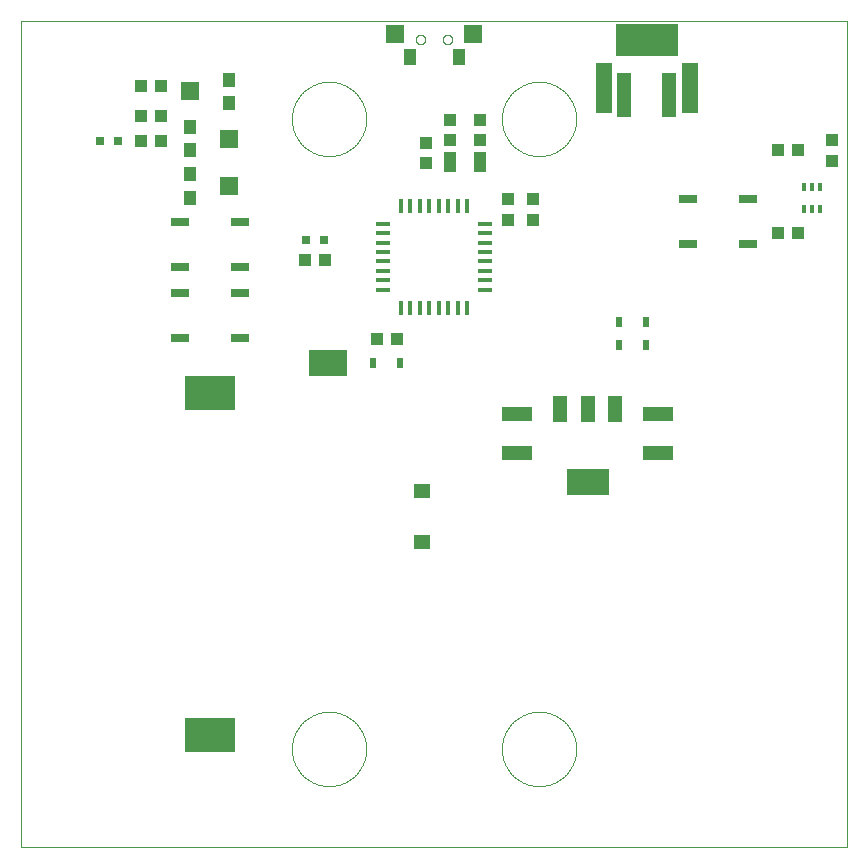
<source format=gtp>
G75*
%MOIN*%
%OFA0B0*%
%FSLAX25Y25*%
%IPPOS*%
%LPD*%
%AMOC8*
5,1,8,0,0,1.08239X$1,22.5*
%
%ADD10C,0.00000*%
%ADD11R,0.01575X0.04724*%
%ADD12R,0.04724X0.01575*%
%ADD13R,0.16535X0.11811*%
%ADD14R,0.04800X0.08800*%
%ADD15R,0.14173X0.08661*%
%ADD16R,0.03937X0.07087*%
%ADD17R,0.03937X0.04331*%
%ADD18R,0.02480X0.03268*%
%ADD19R,0.09843X0.04724*%
%ADD20R,0.04331X0.03937*%
%ADD21R,0.05787X0.05000*%
%ADD22R,0.05906X0.06299*%
%ADD23R,0.04409X0.04724*%
%ADD24R,0.06000X0.03000*%
%ADD25R,0.03937X0.05512*%
%ADD26R,0.21000X0.11000*%
%ADD27R,0.04750X0.14800*%
%ADD28R,0.05750X0.16500*%
%ADD29R,0.05650X0.05000*%
%ADD30R,0.12750X0.09000*%
%ADD31R,0.01575X0.02953*%
%ADD32R,0.03150X0.03150*%
D10*
X0001400Y0001400D02*
X0001400Y0276991D01*
X0276991Y0276991D01*
X0276991Y0001400D01*
X0001400Y0001400D01*
X0091793Y0034195D02*
X0091797Y0034499D01*
X0091808Y0034804D01*
X0091827Y0035107D01*
X0091853Y0035411D01*
X0091886Y0035713D01*
X0091927Y0036015D01*
X0091976Y0036315D01*
X0092031Y0036615D01*
X0092094Y0036912D01*
X0092165Y0037208D01*
X0092242Y0037503D01*
X0092327Y0037795D01*
X0092419Y0038085D01*
X0092518Y0038373D01*
X0092624Y0038658D01*
X0092737Y0038941D01*
X0092857Y0039221D01*
X0092984Y0039498D01*
X0093117Y0039771D01*
X0093257Y0040041D01*
X0093404Y0040308D01*
X0093557Y0040571D01*
X0093717Y0040830D01*
X0093883Y0041085D01*
X0094055Y0041336D01*
X0094234Y0041583D01*
X0094418Y0041825D01*
X0094608Y0042063D01*
X0094804Y0042296D01*
X0095006Y0042524D01*
X0095213Y0042747D01*
X0095425Y0042965D01*
X0095643Y0043177D01*
X0095866Y0043384D01*
X0096094Y0043586D01*
X0096327Y0043782D01*
X0096565Y0043972D01*
X0096807Y0044156D01*
X0097054Y0044335D01*
X0097305Y0044507D01*
X0097560Y0044673D01*
X0097819Y0044833D01*
X0098082Y0044986D01*
X0098349Y0045133D01*
X0098619Y0045273D01*
X0098892Y0045406D01*
X0099169Y0045533D01*
X0099449Y0045653D01*
X0099732Y0045766D01*
X0100017Y0045872D01*
X0100305Y0045971D01*
X0100595Y0046063D01*
X0100887Y0046148D01*
X0101182Y0046225D01*
X0101478Y0046296D01*
X0101775Y0046359D01*
X0102075Y0046414D01*
X0102375Y0046463D01*
X0102677Y0046504D01*
X0102979Y0046537D01*
X0103283Y0046563D01*
X0103586Y0046582D01*
X0103891Y0046593D01*
X0104195Y0046597D01*
X0104499Y0046593D01*
X0104804Y0046582D01*
X0105107Y0046563D01*
X0105411Y0046537D01*
X0105713Y0046504D01*
X0106015Y0046463D01*
X0106315Y0046414D01*
X0106615Y0046359D01*
X0106912Y0046296D01*
X0107208Y0046225D01*
X0107503Y0046148D01*
X0107795Y0046063D01*
X0108085Y0045971D01*
X0108373Y0045872D01*
X0108658Y0045766D01*
X0108941Y0045653D01*
X0109221Y0045533D01*
X0109498Y0045406D01*
X0109771Y0045273D01*
X0110041Y0045133D01*
X0110308Y0044986D01*
X0110571Y0044833D01*
X0110830Y0044673D01*
X0111085Y0044507D01*
X0111336Y0044335D01*
X0111583Y0044156D01*
X0111825Y0043972D01*
X0112063Y0043782D01*
X0112296Y0043586D01*
X0112524Y0043384D01*
X0112747Y0043177D01*
X0112965Y0042965D01*
X0113177Y0042747D01*
X0113384Y0042524D01*
X0113586Y0042296D01*
X0113782Y0042063D01*
X0113972Y0041825D01*
X0114156Y0041583D01*
X0114335Y0041336D01*
X0114507Y0041085D01*
X0114673Y0040830D01*
X0114833Y0040571D01*
X0114986Y0040308D01*
X0115133Y0040041D01*
X0115273Y0039771D01*
X0115406Y0039498D01*
X0115533Y0039221D01*
X0115653Y0038941D01*
X0115766Y0038658D01*
X0115872Y0038373D01*
X0115971Y0038085D01*
X0116063Y0037795D01*
X0116148Y0037503D01*
X0116225Y0037208D01*
X0116296Y0036912D01*
X0116359Y0036615D01*
X0116414Y0036315D01*
X0116463Y0036015D01*
X0116504Y0035713D01*
X0116537Y0035411D01*
X0116563Y0035107D01*
X0116582Y0034804D01*
X0116593Y0034499D01*
X0116597Y0034195D01*
X0116593Y0033891D01*
X0116582Y0033586D01*
X0116563Y0033283D01*
X0116537Y0032979D01*
X0116504Y0032677D01*
X0116463Y0032375D01*
X0116414Y0032075D01*
X0116359Y0031775D01*
X0116296Y0031478D01*
X0116225Y0031182D01*
X0116148Y0030887D01*
X0116063Y0030595D01*
X0115971Y0030305D01*
X0115872Y0030017D01*
X0115766Y0029732D01*
X0115653Y0029449D01*
X0115533Y0029169D01*
X0115406Y0028892D01*
X0115273Y0028619D01*
X0115133Y0028349D01*
X0114986Y0028082D01*
X0114833Y0027819D01*
X0114673Y0027560D01*
X0114507Y0027305D01*
X0114335Y0027054D01*
X0114156Y0026807D01*
X0113972Y0026565D01*
X0113782Y0026327D01*
X0113586Y0026094D01*
X0113384Y0025866D01*
X0113177Y0025643D01*
X0112965Y0025425D01*
X0112747Y0025213D01*
X0112524Y0025006D01*
X0112296Y0024804D01*
X0112063Y0024608D01*
X0111825Y0024418D01*
X0111583Y0024234D01*
X0111336Y0024055D01*
X0111085Y0023883D01*
X0110830Y0023717D01*
X0110571Y0023557D01*
X0110308Y0023404D01*
X0110041Y0023257D01*
X0109771Y0023117D01*
X0109498Y0022984D01*
X0109221Y0022857D01*
X0108941Y0022737D01*
X0108658Y0022624D01*
X0108373Y0022518D01*
X0108085Y0022419D01*
X0107795Y0022327D01*
X0107503Y0022242D01*
X0107208Y0022165D01*
X0106912Y0022094D01*
X0106615Y0022031D01*
X0106315Y0021976D01*
X0106015Y0021927D01*
X0105713Y0021886D01*
X0105411Y0021853D01*
X0105107Y0021827D01*
X0104804Y0021808D01*
X0104499Y0021797D01*
X0104195Y0021793D01*
X0103891Y0021797D01*
X0103586Y0021808D01*
X0103283Y0021827D01*
X0102979Y0021853D01*
X0102677Y0021886D01*
X0102375Y0021927D01*
X0102075Y0021976D01*
X0101775Y0022031D01*
X0101478Y0022094D01*
X0101182Y0022165D01*
X0100887Y0022242D01*
X0100595Y0022327D01*
X0100305Y0022419D01*
X0100017Y0022518D01*
X0099732Y0022624D01*
X0099449Y0022737D01*
X0099169Y0022857D01*
X0098892Y0022984D01*
X0098619Y0023117D01*
X0098349Y0023257D01*
X0098082Y0023404D01*
X0097819Y0023557D01*
X0097560Y0023717D01*
X0097305Y0023883D01*
X0097054Y0024055D01*
X0096807Y0024234D01*
X0096565Y0024418D01*
X0096327Y0024608D01*
X0096094Y0024804D01*
X0095866Y0025006D01*
X0095643Y0025213D01*
X0095425Y0025425D01*
X0095213Y0025643D01*
X0095006Y0025866D01*
X0094804Y0026094D01*
X0094608Y0026327D01*
X0094418Y0026565D01*
X0094234Y0026807D01*
X0094055Y0027054D01*
X0093883Y0027305D01*
X0093717Y0027560D01*
X0093557Y0027819D01*
X0093404Y0028082D01*
X0093257Y0028349D01*
X0093117Y0028619D01*
X0092984Y0028892D01*
X0092857Y0029169D01*
X0092737Y0029449D01*
X0092624Y0029732D01*
X0092518Y0030017D01*
X0092419Y0030305D01*
X0092327Y0030595D01*
X0092242Y0030887D01*
X0092165Y0031182D01*
X0092094Y0031478D01*
X0092031Y0031775D01*
X0091976Y0032075D01*
X0091927Y0032375D01*
X0091886Y0032677D01*
X0091853Y0032979D01*
X0091827Y0033283D01*
X0091808Y0033586D01*
X0091797Y0033891D01*
X0091793Y0034195D01*
X0161793Y0034195D02*
X0161797Y0034499D01*
X0161808Y0034804D01*
X0161827Y0035107D01*
X0161853Y0035411D01*
X0161886Y0035713D01*
X0161927Y0036015D01*
X0161976Y0036315D01*
X0162031Y0036615D01*
X0162094Y0036912D01*
X0162165Y0037208D01*
X0162242Y0037503D01*
X0162327Y0037795D01*
X0162419Y0038085D01*
X0162518Y0038373D01*
X0162624Y0038658D01*
X0162737Y0038941D01*
X0162857Y0039221D01*
X0162984Y0039498D01*
X0163117Y0039771D01*
X0163257Y0040041D01*
X0163404Y0040308D01*
X0163557Y0040571D01*
X0163717Y0040830D01*
X0163883Y0041085D01*
X0164055Y0041336D01*
X0164234Y0041583D01*
X0164418Y0041825D01*
X0164608Y0042063D01*
X0164804Y0042296D01*
X0165006Y0042524D01*
X0165213Y0042747D01*
X0165425Y0042965D01*
X0165643Y0043177D01*
X0165866Y0043384D01*
X0166094Y0043586D01*
X0166327Y0043782D01*
X0166565Y0043972D01*
X0166807Y0044156D01*
X0167054Y0044335D01*
X0167305Y0044507D01*
X0167560Y0044673D01*
X0167819Y0044833D01*
X0168082Y0044986D01*
X0168349Y0045133D01*
X0168619Y0045273D01*
X0168892Y0045406D01*
X0169169Y0045533D01*
X0169449Y0045653D01*
X0169732Y0045766D01*
X0170017Y0045872D01*
X0170305Y0045971D01*
X0170595Y0046063D01*
X0170887Y0046148D01*
X0171182Y0046225D01*
X0171478Y0046296D01*
X0171775Y0046359D01*
X0172075Y0046414D01*
X0172375Y0046463D01*
X0172677Y0046504D01*
X0172979Y0046537D01*
X0173283Y0046563D01*
X0173586Y0046582D01*
X0173891Y0046593D01*
X0174195Y0046597D01*
X0174499Y0046593D01*
X0174804Y0046582D01*
X0175107Y0046563D01*
X0175411Y0046537D01*
X0175713Y0046504D01*
X0176015Y0046463D01*
X0176315Y0046414D01*
X0176615Y0046359D01*
X0176912Y0046296D01*
X0177208Y0046225D01*
X0177503Y0046148D01*
X0177795Y0046063D01*
X0178085Y0045971D01*
X0178373Y0045872D01*
X0178658Y0045766D01*
X0178941Y0045653D01*
X0179221Y0045533D01*
X0179498Y0045406D01*
X0179771Y0045273D01*
X0180041Y0045133D01*
X0180308Y0044986D01*
X0180571Y0044833D01*
X0180830Y0044673D01*
X0181085Y0044507D01*
X0181336Y0044335D01*
X0181583Y0044156D01*
X0181825Y0043972D01*
X0182063Y0043782D01*
X0182296Y0043586D01*
X0182524Y0043384D01*
X0182747Y0043177D01*
X0182965Y0042965D01*
X0183177Y0042747D01*
X0183384Y0042524D01*
X0183586Y0042296D01*
X0183782Y0042063D01*
X0183972Y0041825D01*
X0184156Y0041583D01*
X0184335Y0041336D01*
X0184507Y0041085D01*
X0184673Y0040830D01*
X0184833Y0040571D01*
X0184986Y0040308D01*
X0185133Y0040041D01*
X0185273Y0039771D01*
X0185406Y0039498D01*
X0185533Y0039221D01*
X0185653Y0038941D01*
X0185766Y0038658D01*
X0185872Y0038373D01*
X0185971Y0038085D01*
X0186063Y0037795D01*
X0186148Y0037503D01*
X0186225Y0037208D01*
X0186296Y0036912D01*
X0186359Y0036615D01*
X0186414Y0036315D01*
X0186463Y0036015D01*
X0186504Y0035713D01*
X0186537Y0035411D01*
X0186563Y0035107D01*
X0186582Y0034804D01*
X0186593Y0034499D01*
X0186597Y0034195D01*
X0186593Y0033891D01*
X0186582Y0033586D01*
X0186563Y0033283D01*
X0186537Y0032979D01*
X0186504Y0032677D01*
X0186463Y0032375D01*
X0186414Y0032075D01*
X0186359Y0031775D01*
X0186296Y0031478D01*
X0186225Y0031182D01*
X0186148Y0030887D01*
X0186063Y0030595D01*
X0185971Y0030305D01*
X0185872Y0030017D01*
X0185766Y0029732D01*
X0185653Y0029449D01*
X0185533Y0029169D01*
X0185406Y0028892D01*
X0185273Y0028619D01*
X0185133Y0028349D01*
X0184986Y0028082D01*
X0184833Y0027819D01*
X0184673Y0027560D01*
X0184507Y0027305D01*
X0184335Y0027054D01*
X0184156Y0026807D01*
X0183972Y0026565D01*
X0183782Y0026327D01*
X0183586Y0026094D01*
X0183384Y0025866D01*
X0183177Y0025643D01*
X0182965Y0025425D01*
X0182747Y0025213D01*
X0182524Y0025006D01*
X0182296Y0024804D01*
X0182063Y0024608D01*
X0181825Y0024418D01*
X0181583Y0024234D01*
X0181336Y0024055D01*
X0181085Y0023883D01*
X0180830Y0023717D01*
X0180571Y0023557D01*
X0180308Y0023404D01*
X0180041Y0023257D01*
X0179771Y0023117D01*
X0179498Y0022984D01*
X0179221Y0022857D01*
X0178941Y0022737D01*
X0178658Y0022624D01*
X0178373Y0022518D01*
X0178085Y0022419D01*
X0177795Y0022327D01*
X0177503Y0022242D01*
X0177208Y0022165D01*
X0176912Y0022094D01*
X0176615Y0022031D01*
X0176315Y0021976D01*
X0176015Y0021927D01*
X0175713Y0021886D01*
X0175411Y0021853D01*
X0175107Y0021827D01*
X0174804Y0021808D01*
X0174499Y0021797D01*
X0174195Y0021793D01*
X0173891Y0021797D01*
X0173586Y0021808D01*
X0173283Y0021827D01*
X0172979Y0021853D01*
X0172677Y0021886D01*
X0172375Y0021927D01*
X0172075Y0021976D01*
X0171775Y0022031D01*
X0171478Y0022094D01*
X0171182Y0022165D01*
X0170887Y0022242D01*
X0170595Y0022327D01*
X0170305Y0022419D01*
X0170017Y0022518D01*
X0169732Y0022624D01*
X0169449Y0022737D01*
X0169169Y0022857D01*
X0168892Y0022984D01*
X0168619Y0023117D01*
X0168349Y0023257D01*
X0168082Y0023404D01*
X0167819Y0023557D01*
X0167560Y0023717D01*
X0167305Y0023883D01*
X0167054Y0024055D01*
X0166807Y0024234D01*
X0166565Y0024418D01*
X0166327Y0024608D01*
X0166094Y0024804D01*
X0165866Y0025006D01*
X0165643Y0025213D01*
X0165425Y0025425D01*
X0165213Y0025643D01*
X0165006Y0025866D01*
X0164804Y0026094D01*
X0164608Y0026327D01*
X0164418Y0026565D01*
X0164234Y0026807D01*
X0164055Y0027054D01*
X0163883Y0027305D01*
X0163717Y0027560D01*
X0163557Y0027819D01*
X0163404Y0028082D01*
X0163257Y0028349D01*
X0163117Y0028619D01*
X0162984Y0028892D01*
X0162857Y0029169D01*
X0162737Y0029449D01*
X0162624Y0029732D01*
X0162518Y0030017D01*
X0162419Y0030305D01*
X0162327Y0030595D01*
X0162242Y0030887D01*
X0162165Y0031182D01*
X0162094Y0031478D01*
X0162031Y0031775D01*
X0161976Y0032075D01*
X0161927Y0032375D01*
X0161886Y0032677D01*
X0161853Y0032979D01*
X0161827Y0033283D01*
X0161808Y0033586D01*
X0161797Y0033891D01*
X0161793Y0034195D01*
X0161793Y0244195D02*
X0161797Y0244499D01*
X0161808Y0244804D01*
X0161827Y0245107D01*
X0161853Y0245411D01*
X0161886Y0245713D01*
X0161927Y0246015D01*
X0161976Y0246315D01*
X0162031Y0246615D01*
X0162094Y0246912D01*
X0162165Y0247208D01*
X0162242Y0247503D01*
X0162327Y0247795D01*
X0162419Y0248085D01*
X0162518Y0248373D01*
X0162624Y0248658D01*
X0162737Y0248941D01*
X0162857Y0249221D01*
X0162984Y0249498D01*
X0163117Y0249771D01*
X0163257Y0250041D01*
X0163404Y0250308D01*
X0163557Y0250571D01*
X0163717Y0250830D01*
X0163883Y0251085D01*
X0164055Y0251336D01*
X0164234Y0251583D01*
X0164418Y0251825D01*
X0164608Y0252063D01*
X0164804Y0252296D01*
X0165006Y0252524D01*
X0165213Y0252747D01*
X0165425Y0252965D01*
X0165643Y0253177D01*
X0165866Y0253384D01*
X0166094Y0253586D01*
X0166327Y0253782D01*
X0166565Y0253972D01*
X0166807Y0254156D01*
X0167054Y0254335D01*
X0167305Y0254507D01*
X0167560Y0254673D01*
X0167819Y0254833D01*
X0168082Y0254986D01*
X0168349Y0255133D01*
X0168619Y0255273D01*
X0168892Y0255406D01*
X0169169Y0255533D01*
X0169449Y0255653D01*
X0169732Y0255766D01*
X0170017Y0255872D01*
X0170305Y0255971D01*
X0170595Y0256063D01*
X0170887Y0256148D01*
X0171182Y0256225D01*
X0171478Y0256296D01*
X0171775Y0256359D01*
X0172075Y0256414D01*
X0172375Y0256463D01*
X0172677Y0256504D01*
X0172979Y0256537D01*
X0173283Y0256563D01*
X0173586Y0256582D01*
X0173891Y0256593D01*
X0174195Y0256597D01*
X0174499Y0256593D01*
X0174804Y0256582D01*
X0175107Y0256563D01*
X0175411Y0256537D01*
X0175713Y0256504D01*
X0176015Y0256463D01*
X0176315Y0256414D01*
X0176615Y0256359D01*
X0176912Y0256296D01*
X0177208Y0256225D01*
X0177503Y0256148D01*
X0177795Y0256063D01*
X0178085Y0255971D01*
X0178373Y0255872D01*
X0178658Y0255766D01*
X0178941Y0255653D01*
X0179221Y0255533D01*
X0179498Y0255406D01*
X0179771Y0255273D01*
X0180041Y0255133D01*
X0180308Y0254986D01*
X0180571Y0254833D01*
X0180830Y0254673D01*
X0181085Y0254507D01*
X0181336Y0254335D01*
X0181583Y0254156D01*
X0181825Y0253972D01*
X0182063Y0253782D01*
X0182296Y0253586D01*
X0182524Y0253384D01*
X0182747Y0253177D01*
X0182965Y0252965D01*
X0183177Y0252747D01*
X0183384Y0252524D01*
X0183586Y0252296D01*
X0183782Y0252063D01*
X0183972Y0251825D01*
X0184156Y0251583D01*
X0184335Y0251336D01*
X0184507Y0251085D01*
X0184673Y0250830D01*
X0184833Y0250571D01*
X0184986Y0250308D01*
X0185133Y0250041D01*
X0185273Y0249771D01*
X0185406Y0249498D01*
X0185533Y0249221D01*
X0185653Y0248941D01*
X0185766Y0248658D01*
X0185872Y0248373D01*
X0185971Y0248085D01*
X0186063Y0247795D01*
X0186148Y0247503D01*
X0186225Y0247208D01*
X0186296Y0246912D01*
X0186359Y0246615D01*
X0186414Y0246315D01*
X0186463Y0246015D01*
X0186504Y0245713D01*
X0186537Y0245411D01*
X0186563Y0245107D01*
X0186582Y0244804D01*
X0186593Y0244499D01*
X0186597Y0244195D01*
X0186593Y0243891D01*
X0186582Y0243586D01*
X0186563Y0243283D01*
X0186537Y0242979D01*
X0186504Y0242677D01*
X0186463Y0242375D01*
X0186414Y0242075D01*
X0186359Y0241775D01*
X0186296Y0241478D01*
X0186225Y0241182D01*
X0186148Y0240887D01*
X0186063Y0240595D01*
X0185971Y0240305D01*
X0185872Y0240017D01*
X0185766Y0239732D01*
X0185653Y0239449D01*
X0185533Y0239169D01*
X0185406Y0238892D01*
X0185273Y0238619D01*
X0185133Y0238349D01*
X0184986Y0238082D01*
X0184833Y0237819D01*
X0184673Y0237560D01*
X0184507Y0237305D01*
X0184335Y0237054D01*
X0184156Y0236807D01*
X0183972Y0236565D01*
X0183782Y0236327D01*
X0183586Y0236094D01*
X0183384Y0235866D01*
X0183177Y0235643D01*
X0182965Y0235425D01*
X0182747Y0235213D01*
X0182524Y0235006D01*
X0182296Y0234804D01*
X0182063Y0234608D01*
X0181825Y0234418D01*
X0181583Y0234234D01*
X0181336Y0234055D01*
X0181085Y0233883D01*
X0180830Y0233717D01*
X0180571Y0233557D01*
X0180308Y0233404D01*
X0180041Y0233257D01*
X0179771Y0233117D01*
X0179498Y0232984D01*
X0179221Y0232857D01*
X0178941Y0232737D01*
X0178658Y0232624D01*
X0178373Y0232518D01*
X0178085Y0232419D01*
X0177795Y0232327D01*
X0177503Y0232242D01*
X0177208Y0232165D01*
X0176912Y0232094D01*
X0176615Y0232031D01*
X0176315Y0231976D01*
X0176015Y0231927D01*
X0175713Y0231886D01*
X0175411Y0231853D01*
X0175107Y0231827D01*
X0174804Y0231808D01*
X0174499Y0231797D01*
X0174195Y0231793D01*
X0173891Y0231797D01*
X0173586Y0231808D01*
X0173283Y0231827D01*
X0172979Y0231853D01*
X0172677Y0231886D01*
X0172375Y0231927D01*
X0172075Y0231976D01*
X0171775Y0232031D01*
X0171478Y0232094D01*
X0171182Y0232165D01*
X0170887Y0232242D01*
X0170595Y0232327D01*
X0170305Y0232419D01*
X0170017Y0232518D01*
X0169732Y0232624D01*
X0169449Y0232737D01*
X0169169Y0232857D01*
X0168892Y0232984D01*
X0168619Y0233117D01*
X0168349Y0233257D01*
X0168082Y0233404D01*
X0167819Y0233557D01*
X0167560Y0233717D01*
X0167305Y0233883D01*
X0167054Y0234055D01*
X0166807Y0234234D01*
X0166565Y0234418D01*
X0166327Y0234608D01*
X0166094Y0234804D01*
X0165866Y0235006D01*
X0165643Y0235213D01*
X0165425Y0235425D01*
X0165213Y0235643D01*
X0165006Y0235866D01*
X0164804Y0236094D01*
X0164608Y0236327D01*
X0164418Y0236565D01*
X0164234Y0236807D01*
X0164055Y0237054D01*
X0163883Y0237305D01*
X0163717Y0237560D01*
X0163557Y0237819D01*
X0163404Y0238082D01*
X0163257Y0238349D01*
X0163117Y0238619D01*
X0162984Y0238892D01*
X0162857Y0239169D01*
X0162737Y0239449D01*
X0162624Y0239732D01*
X0162518Y0240017D01*
X0162419Y0240305D01*
X0162327Y0240595D01*
X0162242Y0240887D01*
X0162165Y0241182D01*
X0162094Y0241478D01*
X0162031Y0241775D01*
X0161976Y0242075D01*
X0161927Y0242375D01*
X0161886Y0242677D01*
X0161853Y0242979D01*
X0161827Y0243283D01*
X0161808Y0243586D01*
X0161797Y0243891D01*
X0161793Y0244195D01*
X0142148Y0270691D02*
X0142150Y0270770D01*
X0142156Y0270849D01*
X0142166Y0270928D01*
X0142180Y0271006D01*
X0142197Y0271083D01*
X0142219Y0271159D01*
X0142244Y0271234D01*
X0142274Y0271307D01*
X0142306Y0271379D01*
X0142343Y0271450D01*
X0142383Y0271518D01*
X0142426Y0271584D01*
X0142472Y0271648D01*
X0142522Y0271710D01*
X0142575Y0271769D01*
X0142630Y0271825D01*
X0142689Y0271879D01*
X0142750Y0271929D01*
X0142813Y0271977D01*
X0142879Y0272021D01*
X0142947Y0272062D01*
X0143017Y0272099D01*
X0143088Y0272133D01*
X0143162Y0272163D01*
X0143236Y0272189D01*
X0143312Y0272211D01*
X0143389Y0272230D01*
X0143467Y0272245D01*
X0143545Y0272256D01*
X0143624Y0272263D01*
X0143703Y0272266D01*
X0143782Y0272265D01*
X0143861Y0272260D01*
X0143940Y0272251D01*
X0144018Y0272238D01*
X0144095Y0272221D01*
X0144172Y0272201D01*
X0144247Y0272176D01*
X0144321Y0272148D01*
X0144394Y0272116D01*
X0144464Y0272081D01*
X0144533Y0272042D01*
X0144600Y0271999D01*
X0144665Y0271953D01*
X0144727Y0271905D01*
X0144787Y0271853D01*
X0144844Y0271798D01*
X0144898Y0271740D01*
X0144949Y0271680D01*
X0144997Y0271617D01*
X0145042Y0271552D01*
X0145084Y0271484D01*
X0145122Y0271415D01*
X0145156Y0271344D01*
X0145187Y0271271D01*
X0145215Y0271196D01*
X0145238Y0271121D01*
X0145258Y0271044D01*
X0145274Y0270967D01*
X0145286Y0270888D01*
X0145294Y0270810D01*
X0145298Y0270731D01*
X0145298Y0270651D01*
X0145294Y0270572D01*
X0145286Y0270494D01*
X0145274Y0270415D01*
X0145258Y0270338D01*
X0145238Y0270261D01*
X0145215Y0270186D01*
X0145187Y0270111D01*
X0145156Y0270038D01*
X0145122Y0269967D01*
X0145084Y0269898D01*
X0145042Y0269830D01*
X0144997Y0269765D01*
X0144949Y0269702D01*
X0144898Y0269642D01*
X0144844Y0269584D01*
X0144787Y0269529D01*
X0144727Y0269477D01*
X0144665Y0269429D01*
X0144600Y0269383D01*
X0144533Y0269340D01*
X0144464Y0269301D01*
X0144394Y0269266D01*
X0144321Y0269234D01*
X0144247Y0269206D01*
X0144172Y0269181D01*
X0144095Y0269161D01*
X0144018Y0269144D01*
X0143940Y0269131D01*
X0143861Y0269122D01*
X0143782Y0269117D01*
X0143703Y0269116D01*
X0143624Y0269119D01*
X0143545Y0269126D01*
X0143467Y0269137D01*
X0143389Y0269152D01*
X0143312Y0269171D01*
X0143236Y0269193D01*
X0143162Y0269219D01*
X0143088Y0269249D01*
X0143017Y0269283D01*
X0142947Y0269320D01*
X0142879Y0269361D01*
X0142813Y0269405D01*
X0142750Y0269453D01*
X0142689Y0269503D01*
X0142630Y0269557D01*
X0142575Y0269613D01*
X0142522Y0269672D01*
X0142472Y0269734D01*
X0142426Y0269798D01*
X0142383Y0269864D01*
X0142343Y0269932D01*
X0142306Y0270003D01*
X0142274Y0270075D01*
X0142244Y0270148D01*
X0142219Y0270223D01*
X0142197Y0270299D01*
X0142180Y0270376D01*
X0142166Y0270454D01*
X0142156Y0270533D01*
X0142150Y0270612D01*
X0142148Y0270691D01*
X0133093Y0270691D02*
X0133095Y0270770D01*
X0133101Y0270849D01*
X0133111Y0270928D01*
X0133125Y0271006D01*
X0133142Y0271083D01*
X0133164Y0271159D01*
X0133189Y0271234D01*
X0133219Y0271307D01*
X0133251Y0271379D01*
X0133288Y0271450D01*
X0133328Y0271518D01*
X0133371Y0271584D01*
X0133417Y0271648D01*
X0133467Y0271710D01*
X0133520Y0271769D01*
X0133575Y0271825D01*
X0133634Y0271879D01*
X0133695Y0271929D01*
X0133758Y0271977D01*
X0133824Y0272021D01*
X0133892Y0272062D01*
X0133962Y0272099D01*
X0134033Y0272133D01*
X0134107Y0272163D01*
X0134181Y0272189D01*
X0134257Y0272211D01*
X0134334Y0272230D01*
X0134412Y0272245D01*
X0134490Y0272256D01*
X0134569Y0272263D01*
X0134648Y0272266D01*
X0134727Y0272265D01*
X0134806Y0272260D01*
X0134885Y0272251D01*
X0134963Y0272238D01*
X0135040Y0272221D01*
X0135117Y0272201D01*
X0135192Y0272176D01*
X0135266Y0272148D01*
X0135339Y0272116D01*
X0135409Y0272081D01*
X0135478Y0272042D01*
X0135545Y0271999D01*
X0135610Y0271953D01*
X0135672Y0271905D01*
X0135732Y0271853D01*
X0135789Y0271798D01*
X0135843Y0271740D01*
X0135894Y0271680D01*
X0135942Y0271617D01*
X0135987Y0271552D01*
X0136029Y0271484D01*
X0136067Y0271415D01*
X0136101Y0271344D01*
X0136132Y0271271D01*
X0136160Y0271196D01*
X0136183Y0271121D01*
X0136203Y0271044D01*
X0136219Y0270967D01*
X0136231Y0270888D01*
X0136239Y0270810D01*
X0136243Y0270731D01*
X0136243Y0270651D01*
X0136239Y0270572D01*
X0136231Y0270494D01*
X0136219Y0270415D01*
X0136203Y0270338D01*
X0136183Y0270261D01*
X0136160Y0270186D01*
X0136132Y0270111D01*
X0136101Y0270038D01*
X0136067Y0269967D01*
X0136029Y0269898D01*
X0135987Y0269830D01*
X0135942Y0269765D01*
X0135894Y0269702D01*
X0135843Y0269642D01*
X0135789Y0269584D01*
X0135732Y0269529D01*
X0135672Y0269477D01*
X0135610Y0269429D01*
X0135545Y0269383D01*
X0135478Y0269340D01*
X0135409Y0269301D01*
X0135339Y0269266D01*
X0135266Y0269234D01*
X0135192Y0269206D01*
X0135117Y0269181D01*
X0135040Y0269161D01*
X0134963Y0269144D01*
X0134885Y0269131D01*
X0134806Y0269122D01*
X0134727Y0269117D01*
X0134648Y0269116D01*
X0134569Y0269119D01*
X0134490Y0269126D01*
X0134412Y0269137D01*
X0134334Y0269152D01*
X0134257Y0269171D01*
X0134181Y0269193D01*
X0134107Y0269219D01*
X0134033Y0269249D01*
X0133962Y0269283D01*
X0133892Y0269320D01*
X0133824Y0269361D01*
X0133758Y0269405D01*
X0133695Y0269453D01*
X0133634Y0269503D01*
X0133575Y0269557D01*
X0133520Y0269613D01*
X0133467Y0269672D01*
X0133417Y0269734D01*
X0133371Y0269798D01*
X0133328Y0269864D01*
X0133288Y0269932D01*
X0133251Y0270003D01*
X0133219Y0270075D01*
X0133189Y0270148D01*
X0133164Y0270223D01*
X0133142Y0270299D01*
X0133125Y0270376D01*
X0133111Y0270454D01*
X0133101Y0270533D01*
X0133095Y0270612D01*
X0133093Y0270691D01*
X0091793Y0244195D02*
X0091797Y0244499D01*
X0091808Y0244804D01*
X0091827Y0245107D01*
X0091853Y0245411D01*
X0091886Y0245713D01*
X0091927Y0246015D01*
X0091976Y0246315D01*
X0092031Y0246615D01*
X0092094Y0246912D01*
X0092165Y0247208D01*
X0092242Y0247503D01*
X0092327Y0247795D01*
X0092419Y0248085D01*
X0092518Y0248373D01*
X0092624Y0248658D01*
X0092737Y0248941D01*
X0092857Y0249221D01*
X0092984Y0249498D01*
X0093117Y0249771D01*
X0093257Y0250041D01*
X0093404Y0250308D01*
X0093557Y0250571D01*
X0093717Y0250830D01*
X0093883Y0251085D01*
X0094055Y0251336D01*
X0094234Y0251583D01*
X0094418Y0251825D01*
X0094608Y0252063D01*
X0094804Y0252296D01*
X0095006Y0252524D01*
X0095213Y0252747D01*
X0095425Y0252965D01*
X0095643Y0253177D01*
X0095866Y0253384D01*
X0096094Y0253586D01*
X0096327Y0253782D01*
X0096565Y0253972D01*
X0096807Y0254156D01*
X0097054Y0254335D01*
X0097305Y0254507D01*
X0097560Y0254673D01*
X0097819Y0254833D01*
X0098082Y0254986D01*
X0098349Y0255133D01*
X0098619Y0255273D01*
X0098892Y0255406D01*
X0099169Y0255533D01*
X0099449Y0255653D01*
X0099732Y0255766D01*
X0100017Y0255872D01*
X0100305Y0255971D01*
X0100595Y0256063D01*
X0100887Y0256148D01*
X0101182Y0256225D01*
X0101478Y0256296D01*
X0101775Y0256359D01*
X0102075Y0256414D01*
X0102375Y0256463D01*
X0102677Y0256504D01*
X0102979Y0256537D01*
X0103283Y0256563D01*
X0103586Y0256582D01*
X0103891Y0256593D01*
X0104195Y0256597D01*
X0104499Y0256593D01*
X0104804Y0256582D01*
X0105107Y0256563D01*
X0105411Y0256537D01*
X0105713Y0256504D01*
X0106015Y0256463D01*
X0106315Y0256414D01*
X0106615Y0256359D01*
X0106912Y0256296D01*
X0107208Y0256225D01*
X0107503Y0256148D01*
X0107795Y0256063D01*
X0108085Y0255971D01*
X0108373Y0255872D01*
X0108658Y0255766D01*
X0108941Y0255653D01*
X0109221Y0255533D01*
X0109498Y0255406D01*
X0109771Y0255273D01*
X0110041Y0255133D01*
X0110308Y0254986D01*
X0110571Y0254833D01*
X0110830Y0254673D01*
X0111085Y0254507D01*
X0111336Y0254335D01*
X0111583Y0254156D01*
X0111825Y0253972D01*
X0112063Y0253782D01*
X0112296Y0253586D01*
X0112524Y0253384D01*
X0112747Y0253177D01*
X0112965Y0252965D01*
X0113177Y0252747D01*
X0113384Y0252524D01*
X0113586Y0252296D01*
X0113782Y0252063D01*
X0113972Y0251825D01*
X0114156Y0251583D01*
X0114335Y0251336D01*
X0114507Y0251085D01*
X0114673Y0250830D01*
X0114833Y0250571D01*
X0114986Y0250308D01*
X0115133Y0250041D01*
X0115273Y0249771D01*
X0115406Y0249498D01*
X0115533Y0249221D01*
X0115653Y0248941D01*
X0115766Y0248658D01*
X0115872Y0248373D01*
X0115971Y0248085D01*
X0116063Y0247795D01*
X0116148Y0247503D01*
X0116225Y0247208D01*
X0116296Y0246912D01*
X0116359Y0246615D01*
X0116414Y0246315D01*
X0116463Y0246015D01*
X0116504Y0245713D01*
X0116537Y0245411D01*
X0116563Y0245107D01*
X0116582Y0244804D01*
X0116593Y0244499D01*
X0116597Y0244195D01*
X0116593Y0243891D01*
X0116582Y0243586D01*
X0116563Y0243283D01*
X0116537Y0242979D01*
X0116504Y0242677D01*
X0116463Y0242375D01*
X0116414Y0242075D01*
X0116359Y0241775D01*
X0116296Y0241478D01*
X0116225Y0241182D01*
X0116148Y0240887D01*
X0116063Y0240595D01*
X0115971Y0240305D01*
X0115872Y0240017D01*
X0115766Y0239732D01*
X0115653Y0239449D01*
X0115533Y0239169D01*
X0115406Y0238892D01*
X0115273Y0238619D01*
X0115133Y0238349D01*
X0114986Y0238082D01*
X0114833Y0237819D01*
X0114673Y0237560D01*
X0114507Y0237305D01*
X0114335Y0237054D01*
X0114156Y0236807D01*
X0113972Y0236565D01*
X0113782Y0236327D01*
X0113586Y0236094D01*
X0113384Y0235866D01*
X0113177Y0235643D01*
X0112965Y0235425D01*
X0112747Y0235213D01*
X0112524Y0235006D01*
X0112296Y0234804D01*
X0112063Y0234608D01*
X0111825Y0234418D01*
X0111583Y0234234D01*
X0111336Y0234055D01*
X0111085Y0233883D01*
X0110830Y0233717D01*
X0110571Y0233557D01*
X0110308Y0233404D01*
X0110041Y0233257D01*
X0109771Y0233117D01*
X0109498Y0232984D01*
X0109221Y0232857D01*
X0108941Y0232737D01*
X0108658Y0232624D01*
X0108373Y0232518D01*
X0108085Y0232419D01*
X0107795Y0232327D01*
X0107503Y0232242D01*
X0107208Y0232165D01*
X0106912Y0232094D01*
X0106615Y0232031D01*
X0106315Y0231976D01*
X0106015Y0231927D01*
X0105713Y0231886D01*
X0105411Y0231853D01*
X0105107Y0231827D01*
X0104804Y0231808D01*
X0104499Y0231797D01*
X0104195Y0231793D01*
X0103891Y0231797D01*
X0103586Y0231808D01*
X0103283Y0231827D01*
X0102979Y0231853D01*
X0102677Y0231886D01*
X0102375Y0231927D01*
X0102075Y0231976D01*
X0101775Y0232031D01*
X0101478Y0232094D01*
X0101182Y0232165D01*
X0100887Y0232242D01*
X0100595Y0232327D01*
X0100305Y0232419D01*
X0100017Y0232518D01*
X0099732Y0232624D01*
X0099449Y0232737D01*
X0099169Y0232857D01*
X0098892Y0232984D01*
X0098619Y0233117D01*
X0098349Y0233257D01*
X0098082Y0233404D01*
X0097819Y0233557D01*
X0097560Y0233717D01*
X0097305Y0233883D01*
X0097054Y0234055D01*
X0096807Y0234234D01*
X0096565Y0234418D01*
X0096327Y0234608D01*
X0096094Y0234804D01*
X0095866Y0235006D01*
X0095643Y0235213D01*
X0095425Y0235425D01*
X0095213Y0235643D01*
X0095006Y0235866D01*
X0094804Y0236094D01*
X0094608Y0236327D01*
X0094418Y0236565D01*
X0094234Y0236807D01*
X0094055Y0237054D01*
X0093883Y0237305D01*
X0093717Y0237560D01*
X0093557Y0237819D01*
X0093404Y0238082D01*
X0093257Y0238349D01*
X0093117Y0238619D01*
X0092984Y0238892D01*
X0092857Y0239169D01*
X0092737Y0239449D01*
X0092624Y0239732D01*
X0092518Y0240017D01*
X0092419Y0240305D01*
X0092327Y0240595D01*
X0092242Y0240887D01*
X0092165Y0241182D01*
X0092094Y0241478D01*
X0092031Y0241775D01*
X0091976Y0242075D01*
X0091927Y0242375D01*
X0091886Y0242677D01*
X0091853Y0242979D01*
X0091827Y0243283D01*
X0091808Y0243586D01*
X0091797Y0243891D01*
X0091793Y0244195D01*
D11*
X0128172Y0215180D03*
X0131321Y0215180D03*
X0134471Y0215180D03*
X0137620Y0215180D03*
X0140770Y0215180D03*
X0143920Y0215180D03*
X0147069Y0215180D03*
X0150219Y0215180D03*
X0150219Y0181321D03*
X0147069Y0181321D03*
X0143920Y0181321D03*
X0140770Y0181321D03*
X0137620Y0181321D03*
X0134471Y0181321D03*
X0131321Y0181321D03*
X0128172Y0181321D03*
D12*
X0122266Y0187227D03*
X0122266Y0190376D03*
X0122266Y0193526D03*
X0122266Y0196676D03*
X0122266Y0199825D03*
X0122266Y0202975D03*
X0122266Y0206124D03*
X0122266Y0209274D03*
X0156124Y0209274D03*
X0156124Y0206124D03*
X0156124Y0202975D03*
X0156124Y0199825D03*
X0156124Y0196676D03*
X0156124Y0193526D03*
X0156124Y0190376D03*
X0156124Y0187227D03*
D13*
X0064392Y0152975D03*
X0064392Y0038802D03*
D14*
X0181276Y0147458D03*
X0190376Y0147458D03*
X0199476Y0147458D03*
D15*
X0190376Y0123057D03*
D16*
X0154353Y0229746D03*
X0144510Y0229746D03*
D17*
X0144510Y0237030D03*
X0136439Y0236243D03*
X0136439Y0229550D03*
X0144510Y0243723D03*
X0154353Y0243723D03*
X0154353Y0237030D03*
X0163998Y0217345D03*
X0163998Y0210652D03*
X0172266Y0210652D03*
X0172266Y0217345D03*
X0271715Y0230337D03*
X0271715Y0237030D03*
D18*
X0209865Y0176597D03*
X0209865Y0168723D03*
X0200809Y0168723D03*
X0200809Y0176597D03*
X0127975Y0162817D03*
X0118920Y0162817D03*
D19*
X0166754Y0145691D03*
X0166754Y0132699D03*
X0213998Y0132699D03*
X0213998Y0145691D03*
D20*
X0253959Y0206124D03*
X0260652Y0206124D03*
X0260652Y0233683D03*
X0253959Y0233683D03*
X0126794Y0170691D03*
X0120101Y0170691D03*
X0102778Y0197069D03*
X0096085Y0197069D03*
X0048054Y0236833D03*
X0041361Y0236833D03*
X0041361Y0245101D03*
X0048054Y0245101D03*
X0048054Y0255337D03*
X0041361Y0255337D03*
D21*
X0135258Y0120101D03*
X0135258Y0103172D03*
D22*
X0070888Y0221872D03*
X0070888Y0237620D03*
X0057896Y0253369D03*
X0126203Y0272660D03*
X0152187Y0272660D03*
D23*
X0070888Y0257306D03*
X0070888Y0249431D03*
X0057896Y0241557D03*
X0057896Y0233683D03*
X0057896Y0225809D03*
X0057896Y0217935D03*
D24*
X0054392Y0209687D03*
X0054392Y0194687D03*
X0054392Y0186065D03*
X0054392Y0171065D03*
X0074392Y0171065D03*
X0074392Y0186065D03*
X0074392Y0194687D03*
X0074392Y0209687D03*
X0223683Y0202561D03*
X0223683Y0217561D03*
X0243683Y0217561D03*
X0243683Y0202561D03*
D25*
X0147365Y0264786D03*
X0131026Y0264786D03*
D26*
X0210061Y0270361D03*
D27*
X0202661Y0252261D03*
X0217461Y0252261D03*
D28*
X0224436Y0254411D03*
X0195686Y0254411D03*
D29*
X0106959Y0162817D03*
X0100566Y0162817D03*
D30*
X0103762Y0162817D03*
D31*
X0262620Y0214294D03*
X0262620Y0214294D03*
X0262620Y0214294D03*
X0265176Y0214294D03*
X0267739Y0214294D03*
X0267739Y0221577D03*
X0265180Y0221577D03*
X0262620Y0221577D03*
D32*
X0102384Y0203762D03*
X0096479Y0203762D03*
X0033880Y0236833D03*
X0027975Y0236833D03*
M02*

</source>
